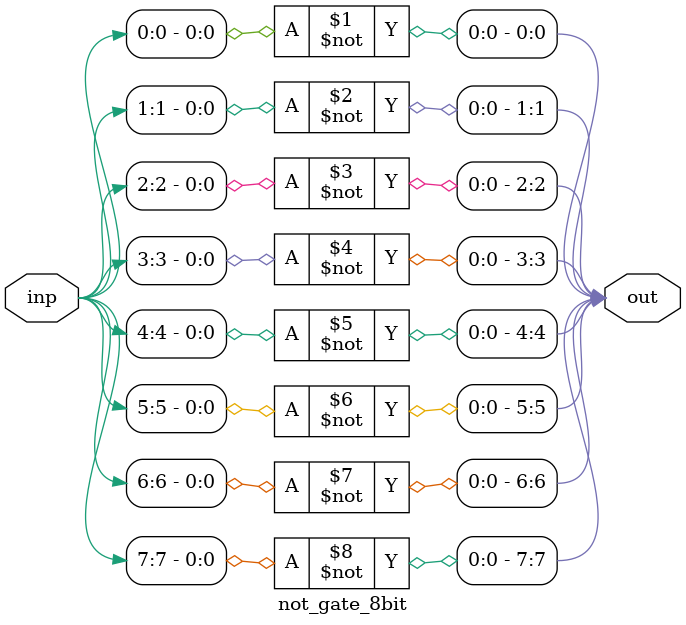
<source format=v>
module not_gate_8bit (
    input [7:0] inp,
    output [7:0] out
);
    not not0 (out[0], inp[0]);
    not not1 (out[1], inp[1]);
    not not2 (out[2], inp[2]);
    not not3 (out[3], inp[3]);
    not not4 (out[4], inp[4]);
    not not5 (out[5], inp[5]);
    not not6 (out[6], inp[6]);
    not not7 (out[7], inp[7]);

endmodule



</source>
